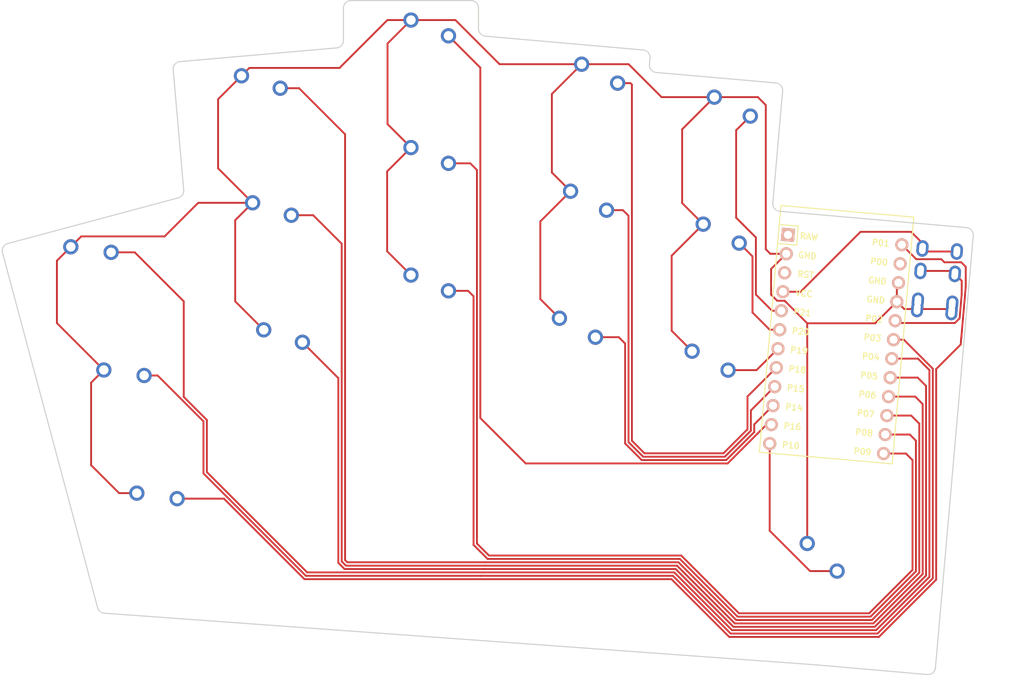
<source format=kicad_pcb>
(kicad_pcb (version 20171130) (host pcbnew "(5.1.9)-1")

  (general
    (thickness 1.6)
    (drawings 33)
    (tracks 239)
    (zones 0)
    (modules 18)
    (nets 23)
  )

  (page A3)
  (title_block
    (title KEYBOARD_NAME_HERE)
    (rev VERSION_HERE)
    (company YOUR_NAME_HERE)
  )

  (layers
    (0 F.Cu signal)
    (31 B.Cu signal)
    (32 B.Adhes user)
    (33 F.Adhes user)
    (34 B.Paste user)
    (35 F.Paste user)
    (36 B.SilkS user)
    (37 F.SilkS user)
    (38 B.Mask user)
    (39 F.Mask user)
    (40 Dwgs.User user hide)
    (41 Cmts.User user)
    (42 Eco1.User user)
    (43 Eco2.User user)
    (44 Edge.Cuts user)
    (45 Margin user)
    (46 B.CrtYd user)
    (47 F.CrtYd user)
    (48 B.Fab user)
    (49 F.Fab user)
  )

  (setup
    (last_trace_width 0.25)
    (trace_clearance 0.2)
    (zone_clearance 0.508)
    (zone_45_only no)
    (trace_min 0.2)
    (via_size 0.8)
    (via_drill 0.4)
    (via_min_size 0.4)
    (via_min_drill 0.3)
    (uvia_size 0.3)
    (uvia_drill 0.1)
    (uvias_allowed no)
    (uvia_min_size 0.2)
    (uvia_min_drill 0.1)
    (edge_width 0.05)
    (segment_width 0.2)
    (pcb_text_width 0.3)
    (pcb_text_size 1.5 1.5)
    (mod_edge_width 0.12)
    (mod_text_size 1 1)
    (mod_text_width 0.15)
    (pad_size 1.524 1.524)
    (pad_drill 0.762)
    (pad_to_mask_clearance 0.05)
    (aux_axis_origin 0 0)
    (visible_elements 7FFFFFFF)
    (pcbplotparams
      (layerselection 0x010fc_ffffffff)
      (usegerberextensions false)
      (usegerberattributes true)
      (usegerberadvancedattributes true)
      (creategerberjobfile true)
      (excludeedgelayer true)
      (linewidth 0.100000)
      (plotframeref false)
      (viasonmask false)
      (mode 1)
      (useauxorigin false)
      (hpglpennumber 1)
      (hpglpenspeed 20)
      (hpglpendiameter 15.000000)
      (psnegative false)
      (psa4output false)
      (plotreference true)
      (plotvalue true)
      (plotinvisibletext false)
      (padsonsilk false)
      (subtractmaskfromsilk false)
      (outputformat 1)
      (mirror false)
      (drillshape 1)
      (scaleselection 1)
      (outputdirectory ""))
  )

  (net 0 "")
  (net 1 P1)
  (net 2 GND)
  (net 3 P3)
  (net 4 P4)
  (net 5 P5)
  (net 6 P6)
  (net 7 P7)
  (net 8 P8)
  (net 9 P9)
  (net 10 P16)
  (net 11 P14)
  (net 12 P15)
  (net 13 P18)
  (net 14 P19)
  (net 15 P20)
  (net 16 P21)
  (net 17 P10)
  (net 18 RAW)
  (net 19 RST)
  (net 20 VCC)
  (net 21 P0)
  (net 22 P2)

  (net_class Default "This is the default net class."
    (clearance 0.2)
    (trace_width 0.25)
    (via_dia 0.8)
    (via_drill 0.4)
    (uvia_dia 0.3)
    (uvia_drill 0.1)
    (add_net GND)
    (add_net P0)
    (add_net P1)
    (add_net P10)
    (add_net P14)
    (add_net P15)
    (add_net P16)
    (add_net P18)
    (add_net P19)
    (add_net P2)
    (add_net P20)
    (add_net P21)
    (add_net P3)
    (add_net P4)
    (add_net P5)
    (add_net P6)
    (add_net P7)
    (add_net P8)
    (add_net P9)
    (add_net RAW)
    (add_net RST)
    (add_net VCC)
  )

  (module PG1350 (layer F.Cu) (tedit 5DD50112) (tstamp 0)
    (at 13.6001 0.5793 15)
    (fp_text reference S1 (at 0 0) (layer F.SilkS) hide
      (effects (font (size 1.27 1.27) (thickness 0.15)))
    )
    (fp_text value "" (at 0 0) (layer F.SilkS) hide
      (effects (font (size 1.27 1.27) (thickness 0.15)))
    )
    (fp_line (start -7 -6) (end -7 -7) (layer Dwgs.User) (width 0.15))
    (fp_line (start -7 7) (end -6 7) (layer Dwgs.User) (width 0.15))
    (fp_line (start -6 -7) (end -7 -7) (layer Dwgs.User) (width 0.15))
    (fp_line (start -7 7) (end -7 6) (layer Dwgs.User) (width 0.15))
    (fp_line (start 7 6) (end 7 7) (layer Dwgs.User) (width 0.15))
    (fp_line (start 7 -7) (end 6 -7) (layer Dwgs.User) (width 0.15))
    (fp_line (start 6 7) (end 7 7) (layer Dwgs.User) (width 0.15))
    (fp_line (start 7 -7) (end 7 -6) (layer Dwgs.User) (width 0.15))
    (fp_line (start -9 -8.5) (end 9 -8.5) (layer Dwgs.User) (width 0.15))
    (fp_line (start 9 -8.5) (end 9 8.5) (layer Dwgs.User) (width 0.15))
    (fp_line (start 9 8.5) (end -9 8.5) (layer Dwgs.User) (width 0.15))
    (fp_line (start -9 8.5) (end -9 -8.5) (layer Dwgs.User) (width 0.15))
    (pad "" np_thru_hole circle (at 0 0) (size 3.429 3.429) (drill 3.429) (layers *.Cu *.Mask))
    (pad "" np_thru_hole circle (at 5.5 0) (size 1.7018 1.7018) (drill 1.7018) (layers *.Cu *.Mask))
    (pad "" np_thru_hole circle (at -5.5 0) (size 1.7018 1.7018) (drill 1.7018) (layers *.Cu *.Mask))
    (pad 1 thru_hole circle (at 5 -3.8) (size 2.032 2.032) (drill 1.27) (layers *.Cu *.Mask)
      (net 1 P1))
    (pad 2 thru_hole circle (at 0 -5.9) (size 2.032 2.032) (drill 1.27) (layers *.Cu *.Mask)
      (net 2 GND))
  )

  (module PG1350 (layer F.Cu) (tedit 5DD50112) (tstamp 0)
    (at 9.2002 -15.8415 15)
    (fp_text reference S2 (at 0 0) (layer F.SilkS) hide
      (effects (font (size 1.27 1.27) (thickness 0.15)))
    )
    (fp_text value "" (at 0 0) (layer F.SilkS) hide
      (effects (font (size 1.27 1.27) (thickness 0.15)))
    )
    (fp_line (start -7 -6) (end -7 -7) (layer Dwgs.User) (width 0.15))
    (fp_line (start -7 7) (end -6 7) (layer Dwgs.User) (width 0.15))
    (fp_line (start -6 -7) (end -7 -7) (layer Dwgs.User) (width 0.15))
    (fp_line (start -7 7) (end -7 6) (layer Dwgs.User) (width 0.15))
    (fp_line (start 7 6) (end 7 7) (layer Dwgs.User) (width 0.15))
    (fp_line (start 7 -7) (end 6 -7) (layer Dwgs.User) (width 0.15))
    (fp_line (start 6 7) (end 7 7) (layer Dwgs.User) (width 0.15))
    (fp_line (start 7 -7) (end 7 -6) (layer Dwgs.User) (width 0.15))
    (fp_line (start -9 -8.5) (end 9 -8.5) (layer Dwgs.User) (width 0.15))
    (fp_line (start 9 -8.5) (end 9 8.5) (layer Dwgs.User) (width 0.15))
    (fp_line (start 9 8.5) (end -9 8.5) (layer Dwgs.User) (width 0.15))
    (fp_line (start -9 8.5) (end -9 -8.5) (layer Dwgs.User) (width 0.15))
    (pad "" np_thru_hole circle (at 0 0) (size 3.429 3.429) (drill 3.429) (layers *.Cu *.Mask))
    (pad "" np_thru_hole circle (at 5.5 0) (size 1.7018 1.7018) (drill 1.7018) (layers *.Cu *.Mask))
    (pad "" np_thru_hole circle (at -5.5 0) (size 1.7018 1.7018) (drill 1.7018) (layers *.Cu *.Mask))
    (pad 1 thru_hole circle (at 5 -3.8) (size 2.032 2.032) (drill 1.27) (layers *.Cu *.Mask)
      (net 3 P3))
    (pad 2 thru_hole circle (at 0 -5.9) (size 2.032 2.032) (drill 1.27) (layers *.Cu *.Mask)
      (net 2 GND))
  )

  (module PG1350 (layer F.Cu) (tedit 5DD50112) (tstamp 0)
    (at 4.8002 -32.2622 15)
    (fp_text reference S3 (at 0 0) (layer F.SilkS) hide
      (effects (font (size 1.27 1.27) (thickness 0.15)))
    )
    (fp_text value "" (at 0 0) (layer F.SilkS) hide
      (effects (font (size 1.27 1.27) (thickness 0.15)))
    )
    (fp_line (start -7 -6) (end -7 -7) (layer Dwgs.User) (width 0.15))
    (fp_line (start -7 7) (end -6 7) (layer Dwgs.User) (width 0.15))
    (fp_line (start -6 -7) (end -7 -7) (layer Dwgs.User) (width 0.15))
    (fp_line (start -7 7) (end -7 6) (layer Dwgs.User) (width 0.15))
    (fp_line (start 7 6) (end 7 7) (layer Dwgs.User) (width 0.15))
    (fp_line (start 7 -7) (end 6 -7) (layer Dwgs.User) (width 0.15))
    (fp_line (start 6 7) (end 7 7) (layer Dwgs.User) (width 0.15))
    (fp_line (start 7 -7) (end 7 -6) (layer Dwgs.User) (width 0.15))
    (fp_line (start -9 -8.5) (end 9 -8.5) (layer Dwgs.User) (width 0.15))
    (fp_line (start 9 -8.5) (end 9 8.5) (layer Dwgs.User) (width 0.15))
    (fp_line (start 9 8.5) (end -9 8.5) (layer Dwgs.User) (width 0.15))
    (fp_line (start -9 8.5) (end -9 -8.5) (layer Dwgs.User) (width 0.15))
    (pad "" np_thru_hole circle (at 0 0) (size 3.429 3.429) (drill 3.429) (layers *.Cu *.Mask))
    (pad "" np_thru_hole circle (at 5.5 0) (size 1.7018 1.7018) (drill 1.7018) (layers *.Cu *.Mask))
    (pad "" np_thru_hole circle (at -5.5 0) (size 1.7018 1.7018) (drill 1.7018) (layers *.Cu *.Mask))
    (pad 1 thru_hole circle (at 5 -3.8) (size 2.032 2.032) (drill 1.27) (layers *.Cu *.Mask)
      (net 4 P4))
    (pad 2 thru_hole circle (at 0 -5.9) (size 2.032 2.032) (drill 1.27) (layers *.Cu *.Mask)
      (net 2 GND))
  )

  (module PG1350 (layer F.Cu) (tedit 5DD50112) (tstamp 0)
    (at 29.5051 -21.0148 5)
    (fp_text reference S4 (at 0 0) (layer F.SilkS) hide
      (effects (font (size 1.27 1.27) (thickness 0.15)))
    )
    (fp_text value "" (at 0 0) (layer F.SilkS) hide
      (effects (font (size 1.27 1.27) (thickness 0.15)))
    )
    (fp_line (start -7 -6) (end -7 -7) (layer Dwgs.User) (width 0.15))
    (fp_line (start -7 7) (end -6 7) (layer Dwgs.User) (width 0.15))
    (fp_line (start -6 -7) (end -7 -7) (layer Dwgs.User) (width 0.15))
    (fp_line (start -7 7) (end -7 6) (layer Dwgs.User) (width 0.15))
    (fp_line (start 7 6) (end 7 7) (layer Dwgs.User) (width 0.15))
    (fp_line (start 7 -7) (end 6 -7) (layer Dwgs.User) (width 0.15))
    (fp_line (start 6 7) (end 7 7) (layer Dwgs.User) (width 0.15))
    (fp_line (start 7 -7) (end 7 -6) (layer Dwgs.User) (width 0.15))
    (fp_line (start -9 -8.5) (end 9 -8.5) (layer Dwgs.User) (width 0.15))
    (fp_line (start 9 -8.5) (end 9 8.5) (layer Dwgs.User) (width 0.15))
    (fp_line (start 9 8.5) (end -9 8.5) (layer Dwgs.User) (width 0.15))
    (fp_line (start -9 8.5) (end -9 -8.5) (layer Dwgs.User) (width 0.15))
    (pad "" np_thru_hole circle (at 0 0) (size 3.429 3.429) (drill 3.429) (layers *.Cu *.Mask))
    (pad "" np_thru_hole circle (at 5.5 0) (size 1.7018 1.7018) (drill 1.7018) (layers *.Cu *.Mask))
    (pad "" np_thru_hole circle (at -5.5 0) (size 1.7018 1.7018) (drill 1.7018) (layers *.Cu *.Mask))
    (pad 1 thru_hole circle (at 5 -3.8) (size 2.032 2.032) (drill 1.27) (layers *.Cu *.Mask)
      (net 5 P5))
    (pad 2 thru_hole circle (at 0 -5.9) (size 2.032 2.032) (drill 1.27) (layers *.Cu *.Mask)
      (net 2 GND))
  )

  (module PG1350 (layer F.Cu) (tedit 5DD50112) (tstamp 0)
    (at 28.0234 -37.9501 5)
    (fp_text reference S5 (at 0 0) (layer F.SilkS) hide
      (effects (font (size 1.27 1.27) (thickness 0.15)))
    )
    (fp_text value "" (at 0 0) (layer F.SilkS) hide
      (effects (font (size 1.27 1.27) (thickness 0.15)))
    )
    (fp_line (start -7 -6) (end -7 -7) (layer Dwgs.User) (width 0.15))
    (fp_line (start -7 7) (end -6 7) (layer Dwgs.User) (width 0.15))
    (fp_line (start -6 -7) (end -7 -7) (layer Dwgs.User) (width 0.15))
    (fp_line (start -7 7) (end -7 6) (layer Dwgs.User) (width 0.15))
    (fp_line (start 7 6) (end 7 7) (layer Dwgs.User) (width 0.15))
    (fp_line (start 7 -7) (end 6 -7) (layer Dwgs.User) (width 0.15))
    (fp_line (start 6 7) (end 7 7) (layer Dwgs.User) (width 0.15))
    (fp_line (start 7 -7) (end 7 -6) (layer Dwgs.User) (width 0.15))
    (fp_line (start -9 -8.5) (end 9 -8.5) (layer Dwgs.User) (width 0.15))
    (fp_line (start 9 -8.5) (end 9 8.5) (layer Dwgs.User) (width 0.15))
    (fp_line (start 9 8.5) (end -9 8.5) (layer Dwgs.User) (width 0.15))
    (fp_line (start -9 8.5) (end -9 -8.5) (layer Dwgs.User) (width 0.15))
    (pad "" np_thru_hole circle (at 0 0) (size 3.429 3.429) (drill 3.429) (layers *.Cu *.Mask))
    (pad "" np_thru_hole circle (at 5.5 0) (size 1.7018 1.7018) (drill 1.7018) (layers *.Cu *.Mask))
    (pad "" np_thru_hole circle (at -5.5 0) (size 1.7018 1.7018) (drill 1.7018) (layers *.Cu *.Mask))
    (pad 1 thru_hole circle (at 5 -3.8) (size 2.032 2.032) (drill 1.27) (layers *.Cu *.Mask)
      (net 6 P6))
    (pad 2 thru_hole circle (at 0 -5.9) (size 2.032 2.032) (drill 1.27) (layers *.Cu *.Mask)
      (net 2 GND))
  )

  (module PG1350 (layer F.Cu) (tedit 5DD50112) (tstamp 0)
    (at 26.5418 -54.8854 5)
    (fp_text reference S6 (at 0 0) (layer F.SilkS) hide
      (effects (font (size 1.27 1.27) (thickness 0.15)))
    )
    (fp_text value "" (at 0 0) (layer F.SilkS) hide
      (effects (font (size 1.27 1.27) (thickness 0.15)))
    )
    (fp_line (start -7 -6) (end -7 -7) (layer Dwgs.User) (width 0.15))
    (fp_line (start -7 7) (end -6 7) (layer Dwgs.User) (width 0.15))
    (fp_line (start -6 -7) (end -7 -7) (layer Dwgs.User) (width 0.15))
    (fp_line (start -7 7) (end -7 6) (layer Dwgs.User) (width 0.15))
    (fp_line (start 7 6) (end 7 7) (layer Dwgs.User) (width 0.15))
    (fp_line (start 7 -7) (end 6 -7) (layer Dwgs.User) (width 0.15))
    (fp_line (start 6 7) (end 7 7) (layer Dwgs.User) (width 0.15))
    (fp_line (start 7 -7) (end 7 -6) (layer Dwgs.User) (width 0.15))
    (fp_line (start -9 -8.5) (end 9 -8.5) (layer Dwgs.User) (width 0.15))
    (fp_line (start 9 -8.5) (end 9 8.5) (layer Dwgs.User) (width 0.15))
    (fp_line (start 9 8.5) (end -9 8.5) (layer Dwgs.User) (width 0.15))
    (fp_line (start -9 8.5) (end -9 -8.5) (layer Dwgs.User) (width 0.15))
    (pad "" np_thru_hole circle (at 0 0) (size 3.429 3.429) (drill 3.429) (layers *.Cu *.Mask))
    (pad "" np_thru_hole circle (at 5.5 0) (size 1.7018 1.7018) (drill 1.7018) (layers *.Cu *.Mask))
    (pad "" np_thru_hole circle (at -5.5 0) (size 1.7018 1.7018) (drill 1.7018) (layers *.Cu *.Mask))
    (pad 1 thru_hole circle (at 5 -3.8) (size 2.032 2.032) (drill 1.27) (layers *.Cu *.Mask)
      (net 7 P7))
    (pad 2 thru_hole circle (at 0 -5.9) (size 2.032 2.032) (drill 1.27) (layers *.Cu *.Mask)
      (net 2 GND))
  )

  (module PG1350 (layer F.Cu) (tedit 5DD50112) (tstamp 0)
    (at 48.6244 -28.2934)
    (fp_text reference S7 (at 0 0) (layer F.SilkS) hide
      (effects (font (size 1.27 1.27) (thickness 0.15)))
    )
    (fp_text value "" (at 0 0) (layer F.SilkS) hide
      (effects (font (size 1.27 1.27) (thickness 0.15)))
    )
    (fp_line (start -7 -6) (end -7 -7) (layer Dwgs.User) (width 0.15))
    (fp_line (start -7 7) (end -6 7) (layer Dwgs.User) (width 0.15))
    (fp_line (start -6 -7) (end -7 -7) (layer Dwgs.User) (width 0.15))
    (fp_line (start -7 7) (end -7 6) (layer Dwgs.User) (width 0.15))
    (fp_line (start 7 6) (end 7 7) (layer Dwgs.User) (width 0.15))
    (fp_line (start 7 -7) (end 6 -7) (layer Dwgs.User) (width 0.15))
    (fp_line (start 6 7) (end 7 7) (layer Dwgs.User) (width 0.15))
    (fp_line (start 7 -7) (end 7 -6) (layer Dwgs.User) (width 0.15))
    (fp_line (start -9 -8.5) (end 9 -8.5) (layer Dwgs.User) (width 0.15))
    (fp_line (start 9 -8.5) (end 9 8.5) (layer Dwgs.User) (width 0.15))
    (fp_line (start 9 8.5) (end -9 8.5) (layer Dwgs.User) (width 0.15))
    (fp_line (start -9 8.5) (end -9 -8.5) (layer Dwgs.User) (width 0.15))
    (pad "" np_thru_hole circle (at 0 0) (size 3.429 3.429) (drill 3.429) (layers *.Cu *.Mask))
    (pad "" np_thru_hole circle (at 5.5 0) (size 1.7018 1.7018) (drill 1.7018) (layers *.Cu *.Mask))
    (pad "" np_thru_hole circle (at -5.5 0) (size 1.7018 1.7018) (drill 1.7018) (layers *.Cu *.Mask))
    (pad 1 thru_hole circle (at 5 -3.8) (size 2.032 2.032) (drill 1.27) (layers *.Cu *.Mask)
      (net 8 P8))
    (pad 2 thru_hole circle (at 0 -5.9) (size 2.032 2.032) (drill 1.27) (layers *.Cu *.Mask)
      (net 2 GND))
  )

  (module PG1350 (layer F.Cu) (tedit 5DD50112) (tstamp 0)
    (at 48.6244 -45.2934)
    (fp_text reference S8 (at 0 0) (layer F.SilkS) hide
      (effects (font (size 1.27 1.27) (thickness 0.15)))
    )
    (fp_text value "" (at 0 0) (layer F.SilkS) hide
      (effects (font (size 1.27 1.27) (thickness 0.15)))
    )
    (fp_line (start -7 -6) (end -7 -7) (layer Dwgs.User) (width 0.15))
    (fp_line (start -7 7) (end -6 7) (layer Dwgs.User) (width 0.15))
    (fp_line (start -6 -7) (end -7 -7) (layer Dwgs.User) (width 0.15))
    (fp_line (start -7 7) (end -7 6) (layer Dwgs.User) (width 0.15))
    (fp_line (start 7 6) (end 7 7) (layer Dwgs.User) (width 0.15))
    (fp_line (start 7 -7) (end 6 -7) (layer Dwgs.User) (width 0.15))
    (fp_line (start 6 7) (end 7 7) (layer Dwgs.User) (width 0.15))
    (fp_line (start 7 -7) (end 7 -6) (layer Dwgs.User) (width 0.15))
    (fp_line (start -9 -8.5) (end 9 -8.5) (layer Dwgs.User) (width 0.15))
    (fp_line (start 9 -8.5) (end 9 8.5) (layer Dwgs.User) (width 0.15))
    (fp_line (start 9 8.5) (end -9 8.5) (layer Dwgs.User) (width 0.15))
    (fp_line (start -9 8.5) (end -9 -8.5) (layer Dwgs.User) (width 0.15))
    (pad "" np_thru_hole circle (at 0 0) (size 3.429 3.429) (drill 3.429) (layers *.Cu *.Mask))
    (pad "" np_thru_hole circle (at 5.5 0) (size 1.7018 1.7018) (drill 1.7018) (layers *.Cu *.Mask))
    (pad "" np_thru_hole circle (at -5.5 0) (size 1.7018 1.7018) (drill 1.7018) (layers *.Cu *.Mask))
    (pad 1 thru_hole circle (at 5 -3.8) (size 2.032 2.032) (drill 1.27) (layers *.Cu *.Mask)
      (net 9 P9))
    (pad 2 thru_hole circle (at 0 -5.9) (size 2.032 2.032) (drill 1.27) (layers *.Cu *.Mask)
      (net 2 GND))
  )

  (module PG1350 (layer F.Cu) (tedit 5DD50112) (tstamp 0)
    (at 48.6244 -62.2934)
    (fp_text reference S9 (at 0 0) (layer F.SilkS) hide
      (effects (font (size 1.27 1.27) (thickness 0.15)))
    )
    (fp_text value "" (at 0 0) (layer F.SilkS) hide
      (effects (font (size 1.27 1.27) (thickness 0.15)))
    )
    (fp_line (start -7 -6) (end -7 -7) (layer Dwgs.User) (width 0.15))
    (fp_line (start -7 7) (end -6 7) (layer Dwgs.User) (width 0.15))
    (fp_line (start -6 -7) (end -7 -7) (layer Dwgs.User) (width 0.15))
    (fp_line (start -7 7) (end -7 6) (layer Dwgs.User) (width 0.15))
    (fp_line (start 7 6) (end 7 7) (layer Dwgs.User) (width 0.15))
    (fp_line (start 7 -7) (end 6 -7) (layer Dwgs.User) (width 0.15))
    (fp_line (start 6 7) (end 7 7) (layer Dwgs.User) (width 0.15))
    (fp_line (start 7 -7) (end 7 -6) (layer Dwgs.User) (width 0.15))
    (fp_line (start -9 -8.5) (end 9 -8.5) (layer Dwgs.User) (width 0.15))
    (fp_line (start 9 -8.5) (end 9 8.5) (layer Dwgs.User) (width 0.15))
    (fp_line (start 9 8.5) (end -9 8.5) (layer Dwgs.User) (width 0.15))
    (fp_line (start -9 8.5) (end -9 -8.5) (layer Dwgs.User) (width 0.15))
    (pad "" np_thru_hole circle (at 0 0) (size 3.429 3.429) (drill 3.429) (layers *.Cu *.Mask))
    (pad "" np_thru_hole circle (at 5.5 0) (size 1.7018 1.7018) (drill 1.7018) (layers *.Cu *.Mask))
    (pad "" np_thru_hole circle (at -5.5 0) (size 1.7018 1.7018) (drill 1.7018) (layers *.Cu *.Mask))
    (pad 1 thru_hole circle (at 5 -3.8) (size 2.032 2.032) (drill 1.27) (layers *.Cu *.Mask)
      (net 10 P16))
    (pad 2 thru_hole circle (at 0 -5.9) (size 2.032 2.032) (drill 1.27) (layers *.Cu *.Mask)
      (net 2 GND))
  )

  (module PG1350 (layer F.Cu) (tedit 5DD50112) (tstamp 0)
    (at 67.906 -22.562 355)
    (fp_text reference S10 (at 0 0) (layer F.SilkS) hide
      (effects (font (size 1.27 1.27) (thickness 0.15)))
    )
    (fp_text value "" (at 0 0) (layer F.SilkS) hide
      (effects (font (size 1.27 1.27) (thickness 0.15)))
    )
    (fp_line (start -7 -6) (end -7 -7) (layer Dwgs.User) (width 0.15))
    (fp_line (start -7 7) (end -6 7) (layer Dwgs.User) (width 0.15))
    (fp_line (start -6 -7) (end -7 -7) (layer Dwgs.User) (width 0.15))
    (fp_line (start -7 7) (end -7 6) (layer Dwgs.User) (width 0.15))
    (fp_line (start 7 6) (end 7 7) (layer Dwgs.User) (width 0.15))
    (fp_line (start 7 -7) (end 6 -7) (layer Dwgs.User) (width 0.15))
    (fp_line (start 6 7) (end 7 7) (layer Dwgs.User) (width 0.15))
    (fp_line (start 7 -7) (end 7 -6) (layer Dwgs.User) (width 0.15))
    (fp_line (start -9 -8.5) (end 9 -8.5) (layer Dwgs.User) (width 0.15))
    (fp_line (start 9 -8.5) (end 9 8.5) (layer Dwgs.User) (width 0.15))
    (fp_line (start 9 8.5) (end -9 8.5) (layer Dwgs.User) (width 0.15))
    (fp_line (start -9 8.5) (end -9 -8.5) (layer Dwgs.User) (width 0.15))
    (pad "" np_thru_hole circle (at 0 0) (size 3.429 3.429) (drill 3.429) (layers *.Cu *.Mask))
    (pad "" np_thru_hole circle (at 5.5 0) (size 1.7018 1.7018) (drill 1.7018) (layers *.Cu *.Mask))
    (pad "" np_thru_hole circle (at -5.5 0) (size 1.7018 1.7018) (drill 1.7018) (layers *.Cu *.Mask))
    (pad 1 thru_hole circle (at 5 -3.8) (size 2.032 2.032) (drill 1.27) (layers *.Cu *.Mask)
      (net 11 P14))
    (pad 2 thru_hole circle (at 0 -5.9) (size 2.032 2.032) (drill 1.27) (layers *.Cu *.Mask)
      (net 2 GND))
  )

  (module PG1350 (layer F.Cu) (tedit 5DD50112) (tstamp 0)
    (at 69.3877 -39.4973 355)
    (fp_text reference S11 (at 0 0) (layer F.SilkS) hide
      (effects (font (size 1.27 1.27) (thickness 0.15)))
    )
    (fp_text value "" (at 0 0) (layer F.SilkS) hide
      (effects (font (size 1.27 1.27) (thickness 0.15)))
    )
    (fp_line (start -7 -6) (end -7 -7) (layer Dwgs.User) (width 0.15))
    (fp_line (start -7 7) (end -6 7) (layer Dwgs.User) (width 0.15))
    (fp_line (start -6 -7) (end -7 -7) (layer Dwgs.User) (width 0.15))
    (fp_line (start -7 7) (end -7 6) (layer Dwgs.User) (width 0.15))
    (fp_line (start 7 6) (end 7 7) (layer Dwgs.User) (width 0.15))
    (fp_line (start 7 -7) (end 6 -7) (layer Dwgs.User) (width 0.15))
    (fp_line (start 6 7) (end 7 7) (layer Dwgs.User) (width 0.15))
    (fp_line (start 7 -7) (end 7 -6) (layer Dwgs.User) (width 0.15))
    (fp_line (start -9 -8.5) (end 9 -8.5) (layer Dwgs.User) (width 0.15))
    (fp_line (start 9 -8.5) (end 9 8.5) (layer Dwgs.User) (width 0.15))
    (fp_line (start 9 8.5) (end -9 8.5) (layer Dwgs.User) (width 0.15))
    (fp_line (start -9 8.5) (end -9 -8.5) (layer Dwgs.User) (width 0.15))
    (pad "" np_thru_hole circle (at 0 0) (size 3.429 3.429) (drill 3.429) (layers *.Cu *.Mask))
    (pad "" np_thru_hole circle (at 5.5 0) (size 1.7018 1.7018) (drill 1.7018) (layers *.Cu *.Mask))
    (pad "" np_thru_hole circle (at -5.5 0) (size 1.7018 1.7018) (drill 1.7018) (layers *.Cu *.Mask))
    (pad 1 thru_hole circle (at 5 -3.8) (size 2.032 2.032) (drill 1.27) (layers *.Cu *.Mask)
      (net 12 P15))
    (pad 2 thru_hole circle (at 0 -5.9) (size 2.032 2.032) (drill 1.27) (layers *.Cu *.Mask)
      (net 2 GND))
  )

  (module PG1350 (layer F.Cu) (tedit 5DD50112) (tstamp 0)
    (at 70.8693 -56.4327 355)
    (fp_text reference S12 (at 0 0) (layer F.SilkS) hide
      (effects (font (size 1.27 1.27) (thickness 0.15)))
    )
    (fp_text value "" (at 0 0) (layer F.SilkS) hide
      (effects (font (size 1.27 1.27) (thickness 0.15)))
    )
    (fp_line (start -7 -6) (end -7 -7) (layer Dwgs.User) (width 0.15))
    (fp_line (start -7 7) (end -6 7) (layer Dwgs.User) (width 0.15))
    (fp_line (start -6 -7) (end -7 -7) (layer Dwgs.User) (width 0.15))
    (fp_line (start -7 7) (end -7 6) (layer Dwgs.User) (width 0.15))
    (fp_line (start 7 6) (end 7 7) (layer Dwgs.User) (width 0.15))
    (fp_line (start 7 -7) (end 6 -7) (layer Dwgs.User) (width 0.15))
    (fp_line (start 6 7) (end 7 7) (layer Dwgs.User) (width 0.15))
    (fp_line (start 7 -7) (end 7 -6) (layer Dwgs.User) (width 0.15))
    (fp_line (start -9 -8.5) (end 9 -8.5) (layer Dwgs.User) (width 0.15))
    (fp_line (start 9 -8.5) (end 9 8.5) (layer Dwgs.User) (width 0.15))
    (fp_line (start 9 8.5) (end -9 8.5) (layer Dwgs.User) (width 0.15))
    (fp_line (start -9 8.5) (end -9 -8.5) (layer Dwgs.User) (width 0.15))
    (pad "" np_thru_hole circle (at 0 0) (size 3.429 3.429) (drill 3.429) (layers *.Cu *.Mask))
    (pad "" np_thru_hole circle (at 5.5 0) (size 1.7018 1.7018) (drill 1.7018) (layers *.Cu *.Mask))
    (pad "" np_thru_hole circle (at -5.5 0) (size 1.7018 1.7018) (drill 1.7018) (layers *.Cu *.Mask))
    (pad 1 thru_hole circle (at 5 -3.8) (size 2.032 2.032) (drill 1.27) (layers *.Cu *.Mask)
      (net 13 P18))
    (pad 2 thru_hole circle (at 0 -5.9) (size 2.032 2.032) (drill 1.27) (layers *.Cu *.Mask)
      (net 2 GND))
  )

  (module PG1350 (layer F.Cu) (tedit 5DD50112) (tstamp 0)
    (at 85.5906 -18.1707 355)
    (fp_text reference S13 (at 0 0) (layer F.SilkS) hide
      (effects (font (size 1.27 1.27) (thickness 0.15)))
    )
    (fp_text value "" (at 0 0) (layer F.SilkS) hide
      (effects (font (size 1.27 1.27) (thickness 0.15)))
    )
    (fp_line (start -7 -6) (end -7 -7) (layer Dwgs.User) (width 0.15))
    (fp_line (start -7 7) (end -6 7) (layer Dwgs.User) (width 0.15))
    (fp_line (start -6 -7) (end -7 -7) (layer Dwgs.User) (width 0.15))
    (fp_line (start -7 7) (end -7 6) (layer Dwgs.User) (width 0.15))
    (fp_line (start 7 6) (end 7 7) (layer Dwgs.User) (width 0.15))
    (fp_line (start 7 -7) (end 6 -7) (layer Dwgs.User) (width 0.15))
    (fp_line (start 6 7) (end 7 7) (layer Dwgs.User) (width 0.15))
    (fp_line (start 7 -7) (end 7 -6) (layer Dwgs.User) (width 0.15))
    (fp_line (start -9 -8.5) (end 9 -8.5) (layer Dwgs.User) (width 0.15))
    (fp_line (start 9 -8.5) (end 9 8.5) (layer Dwgs.User) (width 0.15))
    (fp_line (start 9 8.5) (end -9 8.5) (layer Dwgs.User) (width 0.15))
    (fp_line (start -9 8.5) (end -9 -8.5) (layer Dwgs.User) (width 0.15))
    (pad "" np_thru_hole circle (at 0 0) (size 3.429 3.429) (drill 3.429) (layers *.Cu *.Mask))
    (pad "" np_thru_hole circle (at 5.5 0) (size 1.7018 1.7018) (drill 1.7018) (layers *.Cu *.Mask))
    (pad "" np_thru_hole circle (at -5.5 0) (size 1.7018 1.7018) (drill 1.7018) (layers *.Cu *.Mask))
    (pad 1 thru_hole circle (at 5 -3.8) (size 2.032 2.032) (drill 1.27) (layers *.Cu *.Mask)
      (net 14 P19))
    (pad 2 thru_hole circle (at 0 -5.9) (size 2.032 2.032) (drill 1.27) (layers *.Cu *.Mask)
      (net 2 GND))
  )

  (module PG1350 (layer F.Cu) (tedit 5DD50112) (tstamp 0)
    (at 87.0722 -35.106 355)
    (fp_text reference S14 (at 0 0) (layer F.SilkS) hide
      (effects (font (size 1.27 1.27) (thickness 0.15)))
    )
    (fp_text value "" (at 0 0) (layer F.SilkS) hide
      (effects (font (size 1.27 1.27) (thickness 0.15)))
    )
    (fp_line (start -7 -6) (end -7 -7) (layer Dwgs.User) (width 0.15))
    (fp_line (start -7 7) (end -6 7) (layer Dwgs.User) (width 0.15))
    (fp_line (start -6 -7) (end -7 -7) (layer Dwgs.User) (width 0.15))
    (fp_line (start -7 7) (end -7 6) (layer Dwgs.User) (width 0.15))
    (fp_line (start 7 6) (end 7 7) (layer Dwgs.User) (width 0.15))
    (fp_line (start 7 -7) (end 6 -7) (layer Dwgs.User) (width 0.15))
    (fp_line (start 6 7) (end 7 7) (layer Dwgs.User) (width 0.15))
    (fp_line (start 7 -7) (end 7 -6) (layer Dwgs.User) (width 0.15))
    (fp_line (start -9 -8.5) (end 9 -8.5) (layer Dwgs.User) (width 0.15))
    (fp_line (start 9 -8.5) (end 9 8.5) (layer Dwgs.User) (width 0.15))
    (fp_line (start 9 8.5) (end -9 8.5) (layer Dwgs.User) (width 0.15))
    (fp_line (start -9 8.5) (end -9 -8.5) (layer Dwgs.User) (width 0.15))
    (pad "" np_thru_hole circle (at 0 0) (size 3.429 3.429) (drill 3.429) (layers *.Cu *.Mask))
    (pad "" np_thru_hole circle (at 5.5 0) (size 1.7018 1.7018) (drill 1.7018) (layers *.Cu *.Mask))
    (pad "" np_thru_hole circle (at -5.5 0) (size 1.7018 1.7018) (drill 1.7018) (layers *.Cu *.Mask))
    (pad 1 thru_hole circle (at 5 -3.8) (size 2.032 2.032) (drill 1.27) (layers *.Cu *.Mask)
      (net 15 P20))
    (pad 2 thru_hole circle (at 0 -5.9) (size 2.032 2.032) (drill 1.27) (layers *.Cu *.Mask)
      (net 2 GND))
  )

  (module PG1350 (layer F.Cu) (tedit 5DD50112) (tstamp 0)
    (at 88.5539 -52.0413 355)
    (fp_text reference S15 (at 0 0) (layer F.SilkS) hide
      (effects (font (size 1.27 1.27) (thickness 0.15)))
    )
    (fp_text value "" (at 0 0) (layer F.SilkS) hide
      (effects (font (size 1.27 1.27) (thickness 0.15)))
    )
    (fp_line (start -7 -6) (end -7 -7) (layer Dwgs.User) (width 0.15))
    (fp_line (start -7 7) (end -6 7) (layer Dwgs.User) (width 0.15))
    (fp_line (start -6 -7) (end -7 -7) (layer Dwgs.User) (width 0.15))
    (fp_line (start -7 7) (end -7 6) (layer Dwgs.User) (width 0.15))
    (fp_line (start 7 6) (end 7 7) (layer Dwgs.User) (width 0.15))
    (fp_line (start 7 -7) (end 6 -7) (layer Dwgs.User) (width 0.15))
    (fp_line (start 6 7) (end 7 7) (layer Dwgs.User) (width 0.15))
    (fp_line (start 7 -7) (end 7 -6) (layer Dwgs.User) (width 0.15))
    (fp_line (start -9 -8.5) (end 9 -8.5) (layer Dwgs.User) (width 0.15))
    (fp_line (start 9 -8.5) (end 9 8.5) (layer Dwgs.User) (width 0.15))
    (fp_line (start 9 8.5) (end -9 8.5) (layer Dwgs.User) (width 0.15))
    (fp_line (start -9 8.5) (end -9 -8.5) (layer Dwgs.User) (width 0.15))
    (pad "" np_thru_hole circle (at 0 0) (size 3.429 3.429) (drill 3.429) (layers *.Cu *.Mask))
    (pad "" np_thru_hole circle (at 5.5 0) (size 1.7018 1.7018) (drill 1.7018) (layers *.Cu *.Mask))
    (pad "" np_thru_hole circle (at -5.5 0) (size 1.7018 1.7018) (drill 1.7018) (layers *.Cu *.Mask))
    (pad 1 thru_hole circle (at 5 -3.8) (size 2.032 2.032) (drill 1.27) (layers *.Cu *.Mask)
      (net 16 P21))
    (pad 2 thru_hole circle (at 0 -5.9) (size 2.032 2.032) (drill 1.27) (layers *.Cu *.Mask)
      (net 2 GND))
  )

  (module PG1350 (layer F.Cu) (tedit 5DD50112) (tstamp 0)
    (at 99.438 7.1325 340)
    (fp_text reference S16 (at 0 0) (layer F.SilkS) hide
      (effects (font (size 1.27 1.27) (thickness 0.15)))
    )
    (fp_text value "" (at 0 0) (layer F.SilkS) hide
      (effects (font (size 1.27 1.27) (thickness 0.15)))
    )
    (fp_line (start -7 -6) (end -7 -7) (layer Dwgs.User) (width 0.15))
    (fp_line (start -7 7) (end -6 7) (layer Dwgs.User) (width 0.15))
    (fp_line (start -6 -7) (end -7 -7) (layer Dwgs.User) (width 0.15))
    (fp_line (start -7 7) (end -7 6) (layer Dwgs.User) (width 0.15))
    (fp_line (start 7 6) (end 7 7) (layer Dwgs.User) (width 0.15))
    (fp_line (start 7 -7) (end 6 -7) (layer Dwgs.User) (width 0.15))
    (fp_line (start 6 7) (end 7 7) (layer Dwgs.User) (width 0.15))
    (fp_line (start 7 -7) (end 7 -6) (layer Dwgs.User) (width 0.15))
    (fp_line (start -9 -8.5) (end 9 -8.5) (layer Dwgs.User) (width 0.15))
    (fp_line (start 9 -8.5) (end 9 8.5) (layer Dwgs.User) (width 0.15))
    (fp_line (start 9 8.5) (end -9 8.5) (layer Dwgs.User) (width 0.15))
    (fp_line (start -9 8.5) (end -9 -8.5) (layer Dwgs.User) (width 0.15))
    (pad "" np_thru_hole circle (at 0 0) (size 3.429 3.429) (drill 3.429) (layers *.Cu *.Mask))
    (pad "" np_thru_hole circle (at 5.5 0) (size 1.7018 1.7018) (drill 1.7018) (layers *.Cu *.Mask))
    (pad "" np_thru_hole circle (at -5.5 0) (size 1.7018 1.7018) (drill 1.7018) (layers *.Cu *.Mask))
    (pad 1 thru_hole circle (at 5 -3.8) (size 2.032 2.032) (drill 1.27) (layers *.Cu *.Mask)
      (net 17 P10))
    (pad 2 thru_hole circle (at 0 -5.9) (size 2.032 2.032) (drill 1.27) (layers *.Cu *.Mask)
      (net 2 GND))
  )

  (module ProMicro (layer F.Cu) (tedit 5B307E4C) (tstamp 0)
    (at 105.259 -24.9824 265)
    (fp_text reference C1 (at 0 0) (layer F.SilkS) hide
      (effects (font (size 1.27 1.27) (thickness 0.15)))
    )
    (fp_text value "" (at 0 0) (layer F.SilkS) hide
      (effects (font (size 1.27 1.27) (thickness 0.15)))
    )
    (fp_line (start -19.304 -3.81) (end -14.224 -3.81) (layer Dwgs.User) (width 0.15))
    (fp_line (start -19.304 3.81) (end -19.304 -3.81) (layer Dwgs.User) (width 0.15))
    (fp_line (start -14.224 3.81) (end -19.304 3.81) (layer Dwgs.User) (width 0.15))
    (fp_line (start -14.224 -3.81) (end -14.224 3.81) (layer Dwgs.User) (width 0.15))
    (fp_line (start -17.78 8.89) (end 15.24 8.89) (layer F.SilkS) (width 0.15))
    (fp_line (start 15.24 8.89) (end 15.24 -8.89) (layer F.SilkS) (width 0.15))
    (fp_line (start 15.24 -8.89) (end -17.78 -8.89) (layer F.SilkS) (width 0.15))
    (fp_line (start -17.78 -8.89) (end -17.78 8.89) (layer F.SilkS) (width 0.15))
    (fp_line (start -15.24 6.35) (end -12.7 6.35) (layer F.SilkS) (width 0.15))
    (fp_line (start -15.24 6.35) (end -15.24 8.89) (layer F.SilkS) (width 0.15))
    (fp_line (start -12.7 6.35) (end -12.7 8.89) (layer F.SilkS) (width 0.15))
    (fp_text user RAW (at -13.97 4.8 -5) (layer F.SilkS)
      (effects (font (size 0.8 0.8) (thickness 0.15)))
    )
    (fp_text user GND (at -11.43 4.8 -5) (layer F.SilkS)
      (effects (font (size 0.8 0.8) (thickness 0.15)))
    )
    (fp_text user RST (at -8.89 4.8 -5) (layer F.SilkS)
      (effects (font (size 0.8 0.8) (thickness 0.15)))
    )
    (fp_text user VCC (at -6.35 4.8 -5) (layer F.SilkS)
      (effects (font (size 0.8 0.8) (thickness 0.15)))
    )
    (fp_text user P21 (at -3.81 4.8 -5) (layer F.SilkS)
      (effects (font (size 0.8 0.8) (thickness 0.15)))
    )
    (fp_text user P20 (at -1.27 4.8 -5) (layer F.SilkS)
      (effects (font (size 0.8 0.8) (thickness 0.15)))
    )
    (fp_text user P19 (at 1.27 4.8 -5) (layer F.SilkS)
      (effects (font (size 0.8 0.8) (thickness 0.15)))
    )
    (fp_text user P18 (at 3.81 4.8 -5) (layer F.SilkS)
      (effects (font (size 0.8 0.8) (thickness 0.15)))
    )
    (fp_text user P15 (at 6.35 4.8 -5) (layer F.SilkS)
      (effects (font (size 0.8 0.8) (thickness 0.15)))
    )
    (fp_text user P14 (at 8.89 4.8 -5) (layer F.SilkS)
      (effects (font (size 0.8 0.8) (thickness 0.15)))
    )
    (fp_text user P16 (at 11.43 4.8 -5) (layer F.SilkS)
      (effects (font (size 0.8 0.8) (thickness 0.15)))
    )
    (fp_text user P10 (at 13.97 4.8 -5) (layer F.SilkS)
      (effects (font (size 0.8 0.8) (thickness 0.15)))
    )
    (fp_text user P01 (at -13.97 -4.8 -5) (layer F.SilkS)
      (effects (font (size 0.8 0.8) (thickness 0.15)))
    )
    (fp_text user P00 (at -11.43 -4.8 -5) (layer F.SilkS)
      (effects (font (size 0.8 0.8) (thickness 0.15)))
    )
    (fp_text user GND (at -8.89 -4.8 -5) (layer F.SilkS)
      (effects (font (size 0.8 0.8) (thickness 0.15)))
    )
    (fp_text user GND (at -6.35 -4.8 -5) (layer F.SilkS)
      (effects (font (size 0.8 0.8) (thickness 0.15)))
    )
    (fp_text user P02 (at -3.81 -4.8 -5) (layer F.SilkS)
      (effects (font (size 0.8 0.8) (thickness 0.15)))
    )
    (fp_text user P03 (at -1.27 -4.8 -5) (layer F.SilkS)
      (effects (font (size 0.8 0.8) (thickness 0.15)))
    )
    (fp_text user P04 (at 1.27 -4.8 -5) (layer F.SilkS)
      (effects (font (size 0.8 0.8) (thickness 0.15)))
    )
    (fp_text user P05 (at 3.81 -4.8 -5) (layer F.SilkS)
      (effects (font (size 0.8 0.8) (thickness 0.15)))
    )
    (fp_text user P06 (at 6.35 -4.8 -5) (layer F.SilkS)
      (effects (font (size 0.8 0.8) (thickness 0.15)))
    )
    (fp_text user P07 (at 8.89 -4.8 -5) (layer F.SilkS)
      (effects (font (size 0.8 0.8) (thickness 0.15)))
    )
    (fp_text user P08 (at 11.43 -4.8 -5) (layer F.SilkS)
      (effects (font (size 0.8 0.8) (thickness 0.15)))
    )
    (fp_text user P09 (at 13.97 -4.8 -5) (layer F.SilkS)
      (effects (font (size 0.8 0.8) (thickness 0.15)))
    )
    (pad 1 thru_hole rect (at -13.97 7.62 265) (size 1.7526 1.7526) (drill 1.0922) (layers *.Cu *.SilkS *.Mask)
      (net 18 RAW))
    (pad 2 thru_hole circle (at -11.43 7.62) (size 1.7526 1.7526) (drill 1.0922) (layers *.Cu *.SilkS *.Mask)
      (net 2 GND))
    (pad 3 thru_hole circle (at -8.89 7.62) (size 1.7526 1.7526) (drill 1.0922) (layers *.Cu *.SilkS *.Mask)
      (net 19 RST))
    (pad 4 thru_hole circle (at -6.35 7.62) (size 1.7526 1.7526) (drill 1.0922) (layers *.Cu *.SilkS *.Mask)
      (net 20 VCC))
    (pad 5 thru_hole circle (at -3.81 7.62) (size 1.7526 1.7526) (drill 1.0922) (layers *.Cu *.SilkS *.Mask)
      (net 16 P21))
    (pad 6 thru_hole circle (at -1.27 7.62) (size 1.7526 1.7526) (drill 1.0922) (layers *.Cu *.SilkS *.Mask)
      (net 15 P20))
    (pad 7 thru_hole circle (at 1.27 7.62) (size 1.7526 1.7526) (drill 1.0922) (layers *.Cu *.SilkS *.Mask)
      (net 14 P19))
    (pad 8 thru_hole circle (at 3.81 7.62) (size 1.7526 1.7526) (drill 1.0922) (layers *.Cu *.SilkS *.Mask)
      (net 13 P18))
    (pad 9 thru_hole circle (at 6.35 7.62) (size 1.7526 1.7526) (drill 1.0922) (layers *.Cu *.SilkS *.Mask)
      (net 12 P15))
    (pad 10 thru_hole circle (at 8.89 7.62) (size 1.7526 1.7526) (drill 1.0922) (layers *.Cu *.SilkS *.Mask)
      (net 11 P14))
    (pad 11 thru_hole circle (at 11.43 7.62) (size 1.7526 1.7526) (drill 1.0922) (layers *.Cu *.SilkS *.Mask)
      (net 10 P16))
    (pad 12 thru_hole circle (at 13.97 7.62) (size 1.7526 1.7526) (drill 1.0922) (layers *.Cu *.SilkS *.Mask)
      (net 17 P10))
    (pad 13 thru_hole circle (at -13.97 -7.62) (size 1.7526 1.7526) (drill 1.0922) (layers *.Cu *.SilkS *.Mask)
      (net 1 P1))
    (pad 14 thru_hole circle (at -11.43 -7.62) (size 1.7526 1.7526) (drill 1.0922) (layers *.Cu *.SilkS *.Mask)
      (net 21 P0))
    (pad 15 thru_hole circle (at -8.89 -7.62) (size 1.7526 1.7526) (drill 1.0922) (layers *.Cu *.SilkS *.Mask)
      (net 2 GND))
    (pad 16 thru_hole circle (at -6.35 -7.62) (size 1.7526 1.7526) (drill 1.0922) (layers *.Cu *.SilkS *.Mask)
      (net 2 GND))
    (pad 17 thru_hole circle (at -3.81 -7.62) (size 1.7526 1.7526) (drill 1.0922) (layers *.Cu *.SilkS *.Mask)
      (net 22 P2))
    (pad 18 thru_hole circle (at -1.27 -7.62) (size 1.7526 1.7526) (drill 1.0922) (layers *.Cu *.SilkS *.Mask)
      (net 3 P3))
    (pad 19 thru_hole circle (at 1.27 -7.62) (size 1.7526 1.7526) (drill 1.0922) (layers *.Cu *.SilkS *.Mask)
      (net 4 P4))
    (pad 20 thru_hole circle (at 3.81 -7.62) (size 1.7526 1.7526) (drill 1.0922) (layers *.Cu *.SilkS *.Mask)
      (net 5 P5))
    (pad 21 thru_hole circle (at 6.35 -7.62) (size 1.7526 1.7526) (drill 1.0922) (layers *.Cu *.SilkS *.Mask)
      (net 6 P6))
    (pad 22 thru_hole circle (at 8.89 -7.62) (size 1.7526 1.7526) (drill 1.0922) (layers *.Cu *.SilkS *.Mask)
      (net 7 P7))
    (pad 23 thru_hole circle (at 11.43 -7.62) (size 1.7526 1.7526) (drill 1.0922) (layers *.Cu *.SilkS *.Mask)
      (net 8 P8))
    (pad 24 thru_hole circle (at 13.97 -7.62) (size 1.7526 1.7526) (drill 1.0922) (layers *.Cu *.SilkS *.Mask)
      (net 9 P9))
  )

  (module TRRS-PJ-320A-dual (layer F.Cu) (tedit 5970F8E5) (tstamp 0)
    (at 121.68 -40.5232 355)
    (fp_text reference REF** (at 0 14.2) (layer Dwgs.User)
      (effects (font (size 1 1) (thickness 0.15)))
    )
    (fp_text value TRRS-PJ-320A-dual (at 0 -5.6) (layer F.Fab)
      (effects (font (size 1 1) (thickness 0.15)))
    )
    (fp_line (start 0.5 -2) (end -5.1 -2) (layer Dwgs.User) (width 0.15))
    (fp_line (start -5.1 0) (end -5.1 -2) (layer Dwgs.User) (width 0.15))
    (fp_line (start 0.5 0) (end 0.5 -2) (layer Dwgs.User) (width 0.15))
    (fp_line (start -5.35 0) (end -5.35 12.1) (layer Dwgs.User) (width 0.15))
    (fp_line (start 0.75 0) (end 0.75 12.1) (layer Dwgs.User) (width 0.15))
    (fp_line (start 0.75 12.1) (end -5.35 12.1) (layer Dwgs.User) (width 0.15))
    (fp_line (start 0.75 0) (end -5.35 0) (layer Dwgs.User) (width 0.15))
    (pad "" np_thru_hole circle (at -2.3 8.6) (size 1.5 1.5) (drill 1.5) (layers *.Cu *.Mask))
    (pad "" np_thru_hole circle (at -2.3 1.6) (size 1.5 1.5) (drill 1.5) (layers *.Cu *.Mask))
    (pad 1 thru_hole oval (at 0 11.3 355) (size 1.6 2.2) (drill oval 0.9 1.5) (layers *.Cu *.Mask)
      (net 2 GND))
    (pad 2 thru_hole oval (at -4.6 10.2 355) (size 1.6 2.2) (drill oval 0.9 1.5) (layers *.Cu *.Mask)
      (net 2 GND))
    (pad 3 thru_hole oval (at -4.6 6.2 355) (size 1.6 2.2) (drill oval 0.9 1.5) (layers *.Cu *.Mask)
      (net 22 P2))
    (pad 4 thru_hole oval (at -4.6 3.2 355) (size 1.6 2.2) (drill oval 0.9 1.5) (layers *.Cu *.Mask)
      (net 20 VCC))
    (pad 1 thru_hole oval (at -4.6 11.3 355) (size 1.6 2.2) (drill oval 0.9 1.5) (layers *.Cu *.Mask)
      (net 2 GND))
    (pad 2 thru_hole oval (at 0 10.2 355) (size 1.6 2.2) (drill oval 0.9 1.5) (layers *.Cu *.Mask)
      (net 2 GND))
    (pad 3 thru_hole oval (at 0 6.2 355) (size 1.6 2.2) (drill oval 0.9 1.5) (layers *.Cu *.Mask)
      (net 22 P2))
    (pad 4 thru_hole oval (at 0 3.2 355) (size 1.6 2.2) (drill oval 0.9 1.5) (layers *.Cu *.Mask)
      (net 20 VCC))
  )

  (gr_line (start -5.834247 -37.177289) (end 6.847887 10.153076) (angle 90) (layer Edge.Cuts) (width 0.15))
  (gr_arc (start 7.813812 9.894257) (end 6.847887 10.153076) (angle -60.67044673) (layer Edge.Cuts) (width 0.15))
  (gr_arc (start 7.813812 9.894257) (end 7.645471 10.879986) (angle -11.0799368) (layer Edge.Cuts) (width 0.15))
  (gr_line (start -5.12714 -38.402034) (end 17.587531 -44.488412) (angle 90) (layer Edge.Cuts) (width 0.15))
  (gr_arc (start -4.868321 -37.436108) (end -5.12714 -38.402034) (angle -90) (layer Edge.Cuts) (width 0.15))
  (gr_line (start 16.922378 -61.57247) (end 18.324907 -45.541493) (angle 90) (layer Edge.Cuts) (width 0.15))
  (gr_line (start 17.831417 -62.655821) (end 38.711519 -64.482593) (angle 90) (layer Edge.Cuts) (width 0.15))
  (gr_arc (start 17.918572 -61.659626) (end 17.831417 -62.655821) (angle -90) (layer Edge.Cuts) (width 0.15))
  (gr_line (start 57.624363 -67.040234) (end 57.624363 -69.793388) (angle 90) (layer Edge.Cuts) (width 0.15))
  (gr_arc (start 56.624363 -69.793388) (end 57.624363 -69.793388) (angle -90) (layer Edge.Cuts) (width 0.15))
  (gr_line (start 56.624363 -70.793388) (end 40.624363 -70.793388) (angle 90) (layer Edge.Cuts) (width 0.15))
  (gr_arc (start 40.624363 -69.793388) (end 40.624363 -70.793388) (angle -90) (layer Edge.Cuts) (width 0.15))
  (gr_line (start 39.624363 -69.793388) (end 39.624363 -65.478787) (angle 90) (layer Edge.Cuts) (width 0.15))
  (gr_line (start 80.416097 -62.289548) (end 80.488727 -63.11971) (angle 90) (layer Edge.Cuts) (width 0.15))
  (gr_arc (start 79.492532 -63.206866) (end 80.488727 -63.11971) (angle -90) (layer Edge.Cuts) (width 0.15))
  (gr_line (start 58.537207 -66.044039) (end 79.579688 -64.20306) (angle 90) (layer Edge.Cuts) (width 0.15))
  (gr_line (start 118.549554 18.160137) (end 123.588899 -39.43984) (angle 90) (layer Edge.Cuts) (width 0.15))
  (gr_line (start 117.466203 19.069176) (end 102.843915 17.789892) (angle 90) (layer Edge.Cuts) (width 0.15))
  (gr_line (start 97.774992 -42.702084) (end 122.67986 -40.523191) (angle 90) (layer Edge.Cuts) (width 0.15))
  (gr_line (start 96.865953 -43.785435) (end 98.17329 -58.728355) (angle 90) (layer Edge.Cuts) (width 0.15))
  (gr_arc (start 97.177095 -58.815511) (end 98.17329 -58.728355) (angle -90) (layer Edge.Cuts) (width 0.15))
  (gr_line (start 81.325136 -61.206197) (end 97.264251 -59.811705) (angle 90) (layer Edge.Cuts) (width 0.15))
  (gr_line (start 7.645471 10.879986) (end 7.55861 10.873681) (angle 90) (layer Edge.Cuts) (width 0.15))
  (gr_line (start 102.829152 17.78871) (end 7.838045 10.893963) (angle 90) (layer Edge.Cuts) (width 0.15))
  (gr_line (start 7.55861 10.873681) (end 7.566314 10.863145) (angle 90) (layer Edge.Cuts) (width 0.15))
  (gr_arc (start 102.75676 18.786087) (end 102.843915 17.789892) (angle -0.8485755959) (layer Edge.Cuts) (width 0.15))
  (gr_arc (start 117.553359 18.072982) (end 117.466203 19.069176) (angle -90) (layer Edge.Cuts) (width 0.15))
  (gr_arc (start 122.592704 -39.526996) (end 123.588899 -39.43984) (angle -90) (layer Edge.Cuts) (width 0.15))
  (gr_arc (start 97.862148 -43.698279) (end 96.865953 -43.785435) (angle -90) (layer Edge.Cuts) (width 0.15))
  (gr_arc (start 81.412291 -62.202392) (end 80.416097 -62.289548) (angle -90.00000571) (layer Edge.Cuts) (width 0.15))
  (gr_arc (start 58.624363 -67.040234) (end 57.624363 -67.040234) (angle -85.00000245) (layer Edge.Cuts) (width 0.15))
  (gr_arc (start 38.624363 -65.478787) (end 38.711519 -64.482593) (angle -85.00000245) (layer Edge.Cuts) (width 0.15))
  (gr_arc (start 17.328712 -45.454338) (end 17.587531 -44.488412) (angle -79.99999966) (layer Edge.Cuts) (width 0.15))

  (segment (start 34.4176 6.3476) (end 23.6846 -4.3854) (width 0.25) (layer F.Cu) (net 1))
  (segment (start 114.067569 -38.235113) (end 115.991621 -36.311061) (width 0.25) (layer F.Cu) (net 1))
  (segment (start 121.990322 -35.899678) (end 122.589579 -35.300421) (width 0.25) (layer F.Cu) (net 1))
  (segment (start 115.991621 -36.311061) (end 119.328939 -36.311061) (width 0.25) (layer F.Cu) (net 1))
  (segment (start 91.0552 14.0501) (end 83.3528 6.3476) (width 0.25) (layer F.Cu) (net 1))
  (segment (start 83.3528 6.3476) (end 34.4176 6.3476) (width 0.25) (layer F.Cu) (net 1))
  (segment (start 119.328939 -36.311061) (end 119.740322 -35.899678) (width 0.25) (layer F.Cu) (net 1))
  (segment (start 119.740322 -35.899678) (end 121.990322 -35.899678) (width 0.25) (layer F.Cu) (net 1))
  (segment (start 111.015 14.0501) (end 91.0552 14.0501) (width 0.25) (layer F.Cu) (net 1))
  (segment (start 122.589579 -32.607158) (end 121.972364 -25.552364) (width 0.25) (layer F.Cu) (net 1))
  (segment (start 23.6846 -4.3854) (end 17.4462 -4.3854) (width 0.25) (layer F.Cu) (net 1))
  (segment (start 122.589579 -35.300421) (end 122.589579 -32.607158) (width 0.25) (layer F.Cu) (net 1))
  (segment (start 118.647 6.4175) (end 111.015 14.0501) (width 0.25) (layer F.Cu) (net 1))
  (segment (start 118.647 -21.467) (end 118.647 -21.667) (width 0.25) (layer F.Cu) (net 1))
  (segment (start 118.647 -21.467) (end 118.647 6.4175) (width 0.25) (layer F.Cu) (net 1))
  (segment (start 121.918673 -24.938673) (end 122.019449 -26.09055) (width 0.25) (layer F.Cu) (net 1))
  (segment (start 118.647 -21.667) (end 121.918673 -24.938673) (width 0.25) (layer F.Cu) (net 1))
  (segment (start 117.1126 -29.6671) (end 114.381 -29.6671) (width 0.25) (layer F.Cu) (net 2))
  (segment (start 114.381 -29.6671) (end 113.404 -30.6441) (width 0.25) (layer F.Cu) (net 2))
  (segment (start 113.404 -30.6441) (end 113.404 -32.953) (width 0.25) (layer F.Cu) (net 2))
  (segment (start 113.404 -32.953) (end 113.625 -33.1744) (width 0.25) (layer F.Cu) (net 2))
  (segment (start 121.096 -29.6671) (end 117.1126 -29.6671) (width 0.25) (layer F.Cu) (net 2))
  (segment (start 101.456 -27.7642) (end 101.456 1.5883) (width 0.25) (layer F.Cu) (net 2))
  (segment (start 71.3835 -62.3102) (end 77.6398 -62.3102) (width 0.25) (layer F.Cu) (net 2))
  (segment (start 77.6398 -62.3102) (end 82.0312 -57.9188) (width 0.25) (layer F.Cu) (net 2))
  (segment (start 82.0312 -57.9188) (end 89.0681 -57.9188) (width 0.25) (layer F.Cu) (net 2))
  (segment (start 87.5864 -40.9835) (end 84.78 -43.79) (width 0.25) (layer F.Cu) (net 2))
  (segment (start 84.78 -43.79) (end 84.78 -53.6308) (width 0.25) (layer F.Cu) (net 2))
  (segment (start 84.78 -53.6308) (end 89.0681 -57.9188) (width 0.25) (layer F.Cu) (net 2))
  (segment (start 86.1048 -24.0482) (end 83.38 -26.773) (width 0.25) (layer F.Cu) (net 2))
  (segment (start 83.38 -26.773) (end 83.38 -36.7771) (width 0.25) (layer F.Cu) (net 2))
  (segment (start 83.38 -36.7771) (end 87.5864 -40.9835) (width 0.25) (layer F.Cu) (net 2))
  (segment (start 68.4202 -28.4396) (end 65.87 -30.9898) (width 0.25) (layer F.Cu) (net 2))
  (segment (start 65.87 -30.9898) (end 65.87 -41.343) (width 0.25) (layer F.Cu) (net 2))
  (segment (start 65.87 -41.343) (end 69.9019 -45.3749) (width 0.25) (layer F.Cu) (net 2))
  (segment (start 69.9019 -45.3749) (end 67.41 -47.8668) (width 0.25) (layer F.Cu) (net 2))
  (segment (start 67.41 -47.8668) (end 67.41 -58.3367) (width 0.25) (layer F.Cu) (net 2))
  (segment (start 67.41 -58.3367) (end 71.3835 -62.3102) (width 0.25) (layer F.Cu) (net 2))
  (segment (start 48.6244 -68.1934) (end 54.5466 -68.1934) (width 0.25) (layer F.Cu) (net 2))
  (segment (start 54.5466 -68.1934) (end 60.4298 -62.3102) (width 0.25) (layer F.Cu) (net 2))
  (segment (start 60.4298 -62.3102) (end 71.3835 -62.3102) (width 0.25) (layer F.Cu) (net 2))
  (segment (start 48.6244 -34.1934) (end 45.45 -37.3678) (width 0.25) (layer F.Cu) (net 2))
  (segment (start 45.45 -37.3678) (end 45.45 -48.019) (width 0.25) (layer F.Cu) (net 2))
  (segment (start 45.45 -48.019) (end 48.6244 -51.1934) (width 0.25) (layer F.Cu) (net 2))
  (segment (start 48.6244 -51.1934) (end 45.5 -54.3178) (width 0.25) (layer F.Cu) (net 2))
  (segment (start 45.5 -54.3178) (end 45.5 -65.069) (width 0.25) (layer F.Cu) (net 2))
  (segment (start 45.5 -65.069) (end 48.6244 -68.1934) (width 0.25) (layer F.Cu) (net 2))
  (segment (start 27.5092 -43.8277) (end 22.91 -48.4269) (width 0.25) (layer F.Cu) (net 2))
  (segment (start 22.91 -48.4269) (end 22.91 -57.6454) (width 0.25) (layer F.Cu) (net 2))
  (segment (start 22.91 -57.6454) (end 27.0746 -61.81) (width 0.25) (layer F.Cu) (net 2))
  (segment (start 27.0746 -61.81) (end 39.1 -61.81) (width 0.25) (layer F.Cu) (net 2))
  (segment (start 39.1 -61.81) (end 45.4834 -68.1934) (width 0.25) (layer F.Cu) (net 2))
  (segment (start 45.4834 -68.1934) (end 48.6244 -68.1934) (width 0.25) (layer F.Cu) (net 2))
  (segment (start 28.9909 -26.8923) (end 25.19 -30.6932) (width 0.25) (layer F.Cu) (net 2))
  (segment (start 25.19 -30.6932) (end 25.19 -41.5084) (width 0.25) (layer F.Cu) (net 2))
  (segment (start 25.19 -41.5084) (end 27.5092 -43.8277) (width 0.25) (layer F.Cu) (net 2))
  (segment (start 3.2732 -37.9612) (end 4.662 -39.35) (width 0.25) (layer F.Cu) (net 2))
  (segment (start 4.662 -39.35) (end 15.78 -39.35) (width 0.25) (layer F.Cu) (net 2))
  (segment (start 15.78 -39.35) (end 20.2577 -43.8277) (width 0.25) (layer F.Cu) (net 2))
  (segment (start 20.2577 -43.8277) (end 27.5092 -43.8277) (width 0.25) (layer F.Cu) (net 2))
  (segment (start 12.073 -5.1197) (end 9.7103 -5.1197) (width 0.25) (layer F.Cu) (net 2))
  (segment (start 9.7103 -5.1197) (end 5.98 -8.85) (width 0.25) (layer F.Cu) (net 2))
  (segment (start 5.98 -8.85) (end 5.98 -19.8473) (width 0.25) (layer F.Cu) (net 2))
  (segment (start 5.98 -19.8473) (end 7.6731 -21.5404) (width 0.25) (layer F.Cu) (net 2))
  (segment (start 7.6731 -21.5404) (end 1.42 -27.7936) (width 0.25) (layer F.Cu) (net 2))
  (segment (start 1.42 -27.7936) (end 1.42 -36.108) (width 0.25) (layer F.Cu) (net 2))
  (segment (start 1.42 -36.108) (end 3.2732 -37.9612) (width 0.25) (layer F.Cu) (net 2))
  (segment (start 110.523533 -27.7642) (end 113.403443 -30.64411) (width 0.25) (layer F.Cu) (net 2))
  (segment (start 101.456 -27.7642) (end 110.523533 -27.7642) (width 0.25) (layer F.Cu) (net 2))
  (segment (start 98.449044 -30.771062) (end 98.650053 -30.570053) (width 0.25) (layer F.Cu) (net 2))
  (segment (start 97.448938 -30.771062) (end 98.449044 -30.771062) (width 0.25) (layer F.Cu) (net 2))
  (segment (start 96.5372 -37.033) (end 98.6643 -37.033) (width 0.25) (layer F.Cu) (net 2))
  (segment (start 95.93 -37.6403) (end 96.5372 -37.033) (width 0.25) (layer F.Cu) (net 2))
  (segment (start 95.93 -56.86) (end 95.93 -37.6403) (width 0.25) (layer F.Cu) (net 2))
  (segment (start 96.64 -35.0087) (end 96.64 -31.58) (width 0.25) (layer F.Cu) (net 2))
  (segment (start 94.8712 -57.9188) (end 95.93 -56.86) (width 0.25) (layer F.Cu) (net 2))
  (segment (start 89.0681 -57.9188) (end 94.8712 -57.9188) (width 0.25) (layer F.Cu) (net 2))
  (segment (start 98.650053 -30.570053) (end 98.4491 -30.771) (width 0.25) (layer F.Cu) (net 2))
  (segment (start 96.64 -31.58) (end 97.448938 -30.771062) (width 0.25) (layer F.Cu) (net 2))
  (segment (start 98.6643 -37.033) (end 96.64 -35.0087) (width 0.25) (layer F.Cu) (net 2))
  (segment (start 101.456 -27.7642) (end 98.650053 -30.570053) (width 0.25) (layer F.Cu) (net 2))
  (segment (start 110.828 13.6001) (end 118.197 6.2311) (width 0.25) (layer F.Cu) (net 3))
  (segment (start 91.2416 13.6001) (end 110.828 13.6001) (width 0.25) (layer F.Cu) (net 3))
  (segment (start 83.5392 5.8976) (end 91.2416 13.6001) (width 0.25) (layer F.Cu) (net 3))
  (segment (start 57.904 5.8976) (end 83.5392 5.8976) (width 0.25) (layer F.Cu) (net 3))
  (segment (start 118.197 6.2311) (end 118.197 -21.711) (width 0.25) (layer F.Cu) (net 3))
  (segment (start 57.90399 5.89759) (end 57.904 5.8976) (width 0.25) (layer F.Cu) (net 3))
  (segment (start 34.604 5.89759) (end 57.90399 5.89759) (width 0.25) (layer F.Cu) (net 3))
  (segment (start 114.325 -25.5834) (end 112.961 -25.5834) (width 0.25) (layer F.Cu) (net 3))
  (segment (start 118.197 -21.711) (end 114.325 -25.5834) (width 0.25) (layer F.Cu) (net 3))
  (segment (start 14.8439 -20.8061) (end 20.96 -14.69) (width 0.25) (layer F.Cu) (net 3))
  (segment (start 20.96 -7.74641) (end 34.604 5.89759) (width 0.25) (layer F.Cu) (net 3))
  (segment (start 20.96 -14.69) (end 20.96 -7.74641) (width 0.25) (layer F.Cu) (net 3))
  (segment (start 13.0463 -20.8061) (end 14.8439 -20.8061) (width 0.25) (layer F.Cu) (net 3))
  (segment (start 112.7393 -23.0531) (end 112.739 -23.0531) (width 0.25) (layer F.Cu) (net 4))
  (segment (start 117.747 -21.5246) (end 116.219 -23.0531) (width 0.25) (layer F.Cu) (net 4))
  (segment (start 8.6464 -37.2268) (end 11.7932 -37.2268) (width 0.25) (layer F.Cu) (net 4))
  (segment (start 58.25238 5.44758) (end 58.2524 5.4476) (width 0.25) (layer F.Cu) (net 4))
  (segment (start 11.7932 -37.2268) (end 18.33 -30.69) (width 0.25) (layer F.Cu) (net 4))
  (segment (start 116.219 -23.0531) (end 112.7393 -23.0531) (width 0.25) (layer F.Cu) (net 4))
  (segment (start 18.33 -30.69) (end 18.33 -17.9564) (width 0.25) (layer F.Cu) (net 4))
  (segment (start 18.33 -17.9564) (end 21.41 -14.8764) (width 0.25) (layer F.Cu) (net 4))
  (segment (start 34.7904 5.44758) (end 58.25238 5.44758) (width 0.25) (layer F.Cu) (net 4))
  (segment (start 110.642 13.15) (end 117.747 6.0447) (width 0.25) (layer F.Cu) (net 4))
  (segment (start 21.41 -7.93282) (end 34.7904 5.44758) (width 0.25) (layer F.Cu) (net 4))
  (segment (start 58.2524 5.4476) (end 83.7256 5.4476) (width 0.25) (layer F.Cu) (net 4))
  (segment (start 117.747 6.0447) (end 117.747 -21.5246) (width 0.25) (layer F.Cu) (net 4))
  (segment (start 83.7256 5.4476) (end 91.428 13.15) (width 0.25) (layer F.Cu) (net 4))
  (segment (start 21.41 -14.8764) (end 21.41 -7.93282) (width 0.25) (layer F.Cu) (net 4))
  (segment (start 91.428 13.15) (end 110.642 13.15) (width 0.25) (layer F.Cu) (net 4))
  (segment (start 117.297 5.8583) (end 117.297 -19.41) (width 0.25) (layer F.Cu) (net 5))
  (segment (start 110.456 12.7) (end 117.297 5.8583) (width 0.25) (layer F.Cu) (net 5))
  (segment (start 83.912 4.9976) (end 91.6144 12.7) (width 0.25) (layer F.Cu) (net 5))
  (segment (start 58.2768 4.9976) (end 83.912 4.9976) (width 0.25) (layer F.Cu) (net 5))
  (segment (start 58.27677 4.99757) (end 58.2768 4.9976) (width 0.25) (layer F.Cu) (net 5))
  (segment (start 117.297 -19.41) (end 116.185 -20.5227) (width 0.25) (layer F.Cu) (net 5))
  (segment (start 39.76757 4.99757) (end 58.27677 4.99757) (width 0.25) (layer F.Cu) (net 5))
  (segment (start 38.94 4.17) (end 39.76757 4.99757) (width 0.25) (layer F.Cu) (net 5))
  (segment (start 116.185 -20.5227) (end 112.518 -20.5227) (width 0.25) (layer F.Cu) (net 5))
  (segment (start 91.6144 12.7) (end 110.456 12.7) (width 0.25) (layer F.Cu) (net 5))
  (segment (start 38.94 -20.451) (end 38.94 4.17) (width 0.25) (layer F.Cu) (net 5))
  (segment (start 34.1549 -25.2361) (end 38.94 -20.451) (width 0.25) (layer F.Cu) (net 5))
  (segment (start 110.269 12.25) (end 116.847 5.6719) (width 0.25) (layer F.Cu) (net 6))
  (segment (start 91.8008 12.25) (end 110.269 12.25) (width 0.25) (layer F.Cu) (net 6))
  (segment (start 115.855 -17.9924) (end 112.297 -17.9924) (width 0.25) (layer F.Cu) (net 6))
  (segment (start 84.0984 4.5476) (end 91.8008 12.25) (width 0.25) (layer F.Cu) (net 6))
  (segment (start 116.847 5.6719) (end 116.847 -17) (width 0.25) (layer F.Cu) (net 6))
  (segment (start 58.4632 4.5476) (end 84.0984 4.5476) (width 0.25) (layer F.Cu) (net 6))
  (segment (start 58.46316 4.54756) (end 58.4632 4.5476) (width 0.25) (layer F.Cu) (net 6))
  (segment (start 39.95397 4.54756) (end 58.46316 4.54756) (width 0.25) (layer F.Cu) (net 6))
  (segment (start 39.39 3.98359) (end 39.95397 4.54756) (width 0.25) (layer F.Cu) (net 6))
  (segment (start 39.39 -38.37) (end 39.39 3.98359) (width 0.25) (layer F.Cu) (net 6))
  (segment (start 35.5886 -42.1714) (end 39.39 -38.37) (width 0.25) (layer F.Cu) (net 6))
  (segment (start 116.847 -17) (end 115.855 -17.9924) (width 0.25) (layer F.Cu) (net 6))
  (segment (start 32.6732 -42.1714) (end 35.5886 -42.1714) (width 0.25) (layer F.Cu) (net 6))
  (segment (start 31.1916 -59.1067) (end 33.7033 -59.1067) (width 0.25) (layer F.Cu) (net 7))
  (segment (start 110.083 11.8) (end 116.397 5.4855) (width 0.25) (layer F.Cu) (net 7))
  (segment (start 39.84 -52.97) (end 39.84 3.79718) (width 0.25) (layer F.Cu) (net 7))
  (segment (start 112.0752 -15.4621) (end 112.075 -15.4621) (width 0.25) (layer F.Cu) (net 7))
  (segment (start 39.84 3.79718) (end 40.14037 4.09755) (width 0.25) (layer F.Cu) (net 7))
  (segment (start 40.14037 4.09755) (end 58.64955 4.09755) (width 0.25) (layer F.Cu) (net 7))
  (segment (start 58.64955 4.09755) (end 58.6496 4.0976) (width 0.25) (layer F.Cu) (net 7))
  (segment (start 58.6496 4.0976) (end 84.2848 4.0976) (width 0.25) (layer F.Cu) (net 7))
  (segment (start 84.2848 4.0976) (end 91.9872 11.8) (width 0.25) (layer F.Cu) (net 7))
  (segment (start 33.7033 -59.1067) (end 39.84 -52.97) (width 0.25) (layer F.Cu) (net 7))
  (segment (start 91.9872 11.8) (end 110.083 11.8) (width 0.25) (layer F.Cu) (net 7))
  (segment (start 116.397 -14.3827) (end 115.318 -15.4621) (width 0.25) (layer F.Cu) (net 7))
  (segment (start 116.397 5.4855) (end 116.397 -14.3827) (width 0.25) (layer F.Cu) (net 7))
  (segment (start 115.318 -15.4621) (end 112.0752 -15.4621) (width 0.25) (layer F.Cu) (net 7))
  (segment (start 53.6244 -32.0934) (end 56.2366 -32.0934) (width 0.25) (layer F.Cu) (net 8))
  (segment (start 56.2366 -32.0934) (end 56.97 -31.36) (width 0.25) (layer F.Cu) (net 8))
  (segment (start 56.97 -31.36) (end 56.97 1.7815) (width 0.25) (layer F.Cu) (net 8))
  (segment (start 56.97 1.7815) (end 58.836 3.6476) (width 0.25) (layer F.Cu) (net 8))
  (segment (start 58.836 3.6476) (end 84.4712 3.6476) (width 0.25) (layer F.Cu) (net 8))
  (segment (start 84.4712 3.6476) (end 92.1736 11.35) (width 0.25) (layer F.Cu) (net 8))
  (segment (start 92.1736 11.35) (end 109.896 11.35) (width 0.25) (layer F.Cu) (net 8))
  (segment (start 109.896 11.35) (end 115.947 5.2991) (width 0.25) (layer F.Cu) (net 8))
  (segment (start 115.947 5.2991) (end 115.947 -12.11) (width 0.25) (layer F.Cu) (net 8))
  (segment (start 115.947 -12.11) (end 115.126 -12.9317) (width 0.25) (layer F.Cu) (net 8))
  (segment (start 115.126 -12.9317) (end 111.854 -12.9317) (width 0.25) (layer F.Cu) (net 8))
  (segment (start 53.6244 -49.0934) (end 56.5322 -49.0934) (width 0.25) (layer F.Cu) (net 9))
  (segment (start 56.5322 -49.0934) (end 57.42 -48.2056) (width 0.25) (layer F.Cu) (net 9))
  (segment (start 57.42 -48.2056) (end 57.42 1.5951) (width 0.25) (layer F.Cu) (net 9))
  (segment (start 57.42 1.5951) (end 59.0224 3.1976) (width 0.25) (layer F.Cu) (net 9))
  (segment (start 59.0224 3.1976) (end 84.6576 3.1976) (width 0.25) (layer F.Cu) (net 9))
  (segment (start 84.6576 3.1976) (end 92.36 10.9) (width 0.25) (layer F.Cu) (net 9))
  (segment (start 92.36 10.9) (end 109.71 10.9) (width 0.25) (layer F.Cu) (net 9))
  (segment (start 109.71 10.9) (end 115.497 5.1127) (width 0.25) (layer F.Cu) (net 9))
  (segment (start 115.497 5.1127) (end 115.497 -9.52) (width 0.25) (layer F.Cu) (net 9))
  (segment (start 115.497 -9.52) (end 114.616 -10.4014) (width 0.25) (layer F.Cu) (net 9))
  (segment (start 114.616 -10.4014) (end 111.633 -10.4014) (width 0.25) (layer F.Cu) (net 9))
  (segment (start 53.6244 -66.0934) (end 57.87 -61.8477) (width 0.25) (layer F.Cu) (net 10))
  (segment (start 57.87 -61.8477) (end 57.87 -15.13) (width 0.25) (layer F.Cu) (net 10))
  (segment (start 57.87 -15.13) (end 63.92 -9.08) (width 0.25) (layer F.Cu) (net 10))
  (segment (start 63.92 -9.08) (end 90.8464 -9.08) (width 0.25) (layer F.Cu) (net 10))
  (segment (start 90.8464 -9.08) (end 94.84 -13.0736) (width 0.25) (layer F.Cu) (net 10))
  (segment (start 96.4519 -14.04) (end 96.6719 -14.26) (width 0.25) (layer F.Cu) (net 10))
  (segment (start 94.8436 -13.0736) (end 95.81 -14.04) (width 0.25) (layer F.Cu) (net 10))
  (segment (start 94.84 -13.0736) (end 94.8436 -13.0736) (width 0.25) (layer F.Cu) (net 10))
  (segment (start 95.81 -14.04) (end 96.4519 -14.04) (width 0.25) (layer F.Cu) (net 10))
  (segment (start 73.2182 -25.9118) (end 76.3282 -25.9118) (width 0.25) (layer F.Cu) (net 11))
  (segment (start 76.3282 -25.9118) (end 77.18 -25.06) (width 0.25) (layer F.Cu) (net 11))
  (segment (start 77.18 -25.06) (end 77.18 -11.7372) (width 0.25) (layer F.Cu) (net 11))
  (segment (start 77.18 -11.7372) (end 79.3872 -9.53) (width 0.25) (layer F.Cu) (net 11))
  (segment (start 79.3872 -9.53) (end 90.66 -9.53) (width 0.25) (layer F.Cu) (net 11))
  (segment (start 90.66 -9.53) (end 94.39 -13.26) (width 0.25) (layer F.Cu) (net 11))
  (segment (start 94.39 -13.26) (end 94.39 -14.287) (width 0.25) (layer F.Cu) (net 11))
  (segment (start 94.39 -14.287) (end 96.8933 -16.7903) (width 0.25) (layer F.Cu) (net 11))
  (segment (start 74.6998 -42.8471) (end 74.6999 -42.8471) (width 0.25) (layer F.Cu) (net 12))
  (segment (start 74.6999 -42.8471) (end 76.8829 -42.8471) (width 0.25) (layer F.Cu) (net 12))
  (segment (start 76.8829 -42.8471) (end 77.63 -42.1) (width 0.25) (layer F.Cu) (net 12))
  (segment (start 77.63 -42.1) (end 77.63 -11.9236) (width 0.25) (layer F.Cu) (net 12))
  (segment (start 77.63 -11.9236) (end 79.5736 -9.98) (width 0.25) (layer F.Cu) (net 12))
  (segment (start 79.5736 -9.98) (end 90.4736 -9.98) (width 0.25) (layer F.Cu) (net 12))
  (segment (start 90.4736 -9.98) (end 93.94 -13.4464) (width 0.25) (layer F.Cu) (net 12))
  (segment (start 93.94 -13.4464) (end 93.94 -16.146) (width 0.25) (layer F.Cu) (net 12))
  (segment (start 93.94 -16.146) (end 97.1147 -19.3207) (width 0.25) (layer F.Cu) (net 12))
  (segment (start 76.1815 -59.7824) (end 77.8876 -59.7824) (width 0.25) (layer F.Cu) (net 13))
  (segment (start 77.8876 -59.7824) (end 78.08 -59.59) (width 0.25) (layer F.Cu) (net 13))
  (segment (start 78.08 -59.59) (end 78.08 -12.11) (width 0.25) (layer F.Cu) (net 13))
  (segment (start 78.08 -12.11) (end 79.76 -10.43) (width 0.25) (layer F.Cu) (net 13))
  (segment (start 79.76 -10.43) (end 90.2872 -10.43) (width 0.25) (layer F.Cu) (net 13))
  (segment (start 90.2872 -10.43) (end 93.49 -13.6328) (width 0.25) (layer F.Cu) (net 13))
  (segment (start 93.49 -13.6328) (end 93.49 -18.0049) (width 0.25) (layer F.Cu) (net 13))
  (segment (start 93.49 -18.0049) (end 97.336 -21.851) (width 0.25) (layer F.Cu) (net 13))
  (segment (start 90.9027 -21.5204) (end 94.6965 -21.5204) (width 0.25) (layer F.Cu) (net 14))
  (segment (start 94.6965 -21.5204) (end 97.5574 -24.3813) (width 0.25) (layer F.Cu) (net 14))
  (segment (start 97.7787 -26.9117) (end 97.7788 -26.9117) (width 0.25) (layer F.Cu) (net 15))
  (segment (start 92.3844 -38.4557) (end 94.16 -36.6801) (width 0.25) (layer F.Cu) (net 15))
  (segment (start 94.16 -36.6801) (end 94.16 -29.2) (width 0.25) (layer F.Cu) (net 15))
  (segment (start 94.16 -29.2) (end 96.4483 -26.9117) (width 0.25) (layer F.Cu) (net 15))
  (segment (start 96.4483 -26.9117) (end 97.7787 -26.9117) (width 0.25) (layer F.Cu) (net 15))
  (segment (start 98.0001 -29.442) (end 98.0002 -29.442) (width 0.25) (layer F.Cu) (net 16))
  (segment (start 94.61 -39.21) (end 94.61 -31.5929) (width 0.25) (layer F.Cu) (net 16))
  (segment (start 94.61 -31.5929) (end 96.7609 -29.442) (width 0.25) (layer F.Cu) (net 16))
  (segment (start 96.7609 -29.442) (end 98.0001 -29.442) (width 0.25) (layer F.Cu) (net 16))
  (segment (start 93.866065 -55.391061) (end 91.98 -53.504996) (width 0.25) (layer F.Cu) (net 16))
  (segment (start 91.98 -41.84) (end 92.87 -40.95) (width 0.25) (layer F.Cu) (net 16))
  (segment (start 91.98 -53.504996) (end 91.98 -41.84) (width 0.25) (layer F.Cu) (net 16))
  (segment (start 92.87 -40.95) (end 94.61 -39.21) (width 0.25) (layer F.Cu) (net 16))
  (segment (start 105.436 5.2718) (end 101.832 5.2718) (width 0.25) (layer F.Cu) (net 17))
  (segment (start 101.832 5.2718) (end 96.4505 -0.1095) (width 0.25) (layer F.Cu) (net 17))
  (segment (start 96.4505 -0.1095) (end 96.4505 -11.7297) (width 0.25) (layer F.Cu) (net 17))
  (segment (start 115.3 -39.96) (end 108.56 -39.96) (width 0.25) (layer F.Cu) (net 20))
  (segment (start 108.56 -39.96) (end 101.805 -33.205) (width 0.25) (layer F.Cu) (net 20))
  (segment (start 101.805 -33.205) (end 100.572 -31.9723) (width 0.25) (layer F.Cu) (net 20))
  (segment (start 100.572 -31.9723) (end 98.2215 -31.9723) (width 0.25) (layer F.Cu) (net 20))
  (segment (start 117.219522 -37.335377) (end 116.818606 -37.736293) (width 0.25) (layer F.Cu) (net 20))
  (segment (start 121.401102 -37.335377) (end 117.219522 -37.335377) (width 0.25) (layer F.Cu) (net 20))
  (segment (start 116.818606 -38.441394) (end 115.3 -39.96) (width 0.25) (layer F.Cu) (net 20))
  (segment (start 116.818606 -37.736293) (end 116.818606 -38.441394) (width 0.25) (layer F.Cu) (net 20))
  (segment (start 120.988718 -34.747709) (end 121.389634 -34.346793) (width 0.25) (layer F.Cu) (net 22))
  (segment (start 116.807139 -34.747709) (end 120.988718 -34.747709) (width 0.25) (layer F.Cu) (net 22))
  (segment (start 121.150037 -27.806) (end 113.489842 -27.806) (width 0.25) (layer F.Cu) (net 22))
  (segment (start 121.772239 -28.428203) (end 121.150037 -27.806) (width 0.25) (layer F.Cu) (net 22))
  (segment (start 122.05217 -31.627829) (end 121.772239 -28.428203) (width 0.25) (layer F.Cu) (net 22))
  (segment (start 113.489842 -27.806) (end 113.182067 -28.113775) (width 0.25) (layer F.Cu) (net 22))
  (segment (start 122.05217 -33.434257) (end 122.05217 -31.627829) (width 0.25) (layer F.Cu) (net 22))
  (segment (start 121.139634 -34.346793) (end 122.05217 -33.434257) (width 0.25) (layer F.Cu) (net 22))

)

</source>
